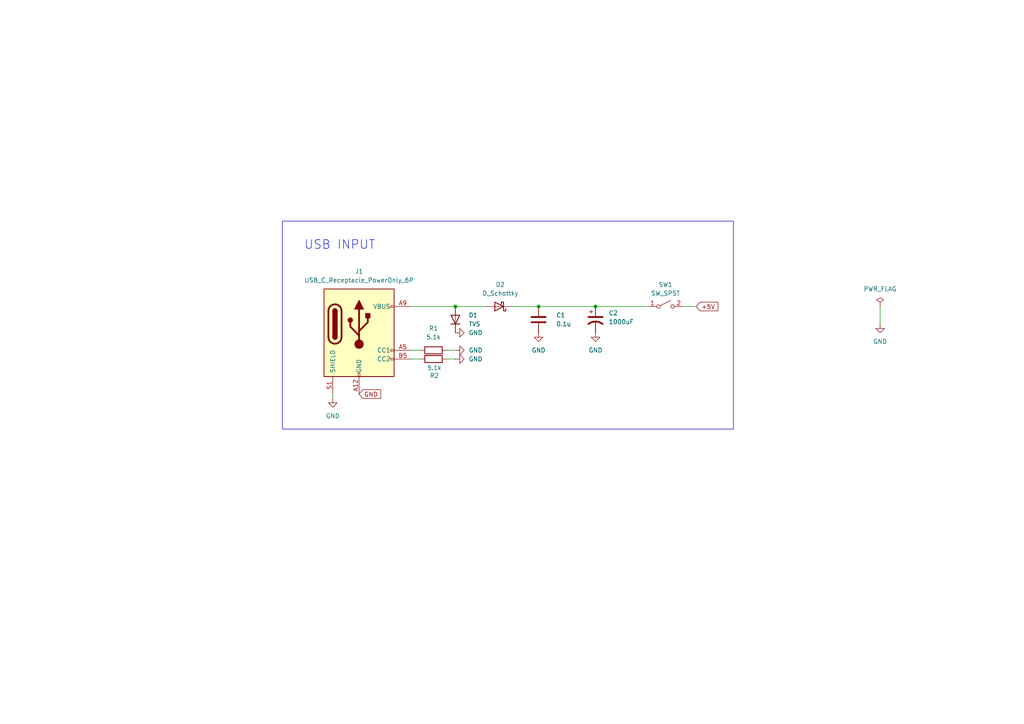
<source format=kicad_sch>
(kicad_sch (version 20231120) (generator "eeschema") (generator_version "8.0")
  (paper "A4")
  (lib_symbols
    (symbol "Connector:USB_C_Receptacle_PowerOnly_6P" (pin_names (offset 1.016))
      (property "Reference" "J" (at 0 16.51 0))
      (property "Value" "USB_C_Receptacle_PowerOnly_6P" (at 0 13.97 0))
      (symbol "USB_C_Receptacle_PowerOnly_6P_0_0"
        (rectangle (start -0.254 -12.7) (end 0.254 -11.684))
        (rectangle (start 10.16 -7.366) (end 9.144 -7.874))
        (rectangle (start 10.16 -4.826) (end 9.144 -5.334))
        (rectangle (start 10.16 7.874) (end 9.144 7.366))
      )
      (symbol "USB_C_Receptacle_PowerOnly_6P_0_1"
        (rectangle (start -10.16 12.7) (end 10.16 -12.7) (stroke (width 0.254)) (fill (type background)))
        (arc (start -8.89 -1.27) (mid -6.985 -3.1667) (end -5.08 -1.27) (stroke (width 0.508)))
        (arc (start -7.62 -1.27) (mid -6.985 -1.9023) (end -6.35 -1.27) (stroke (width 0.254)))
        (arc (start -7.62 -1.27) (mid -6.985 -1.9023) (end -6.35 -1.27) (stroke (width 0.254)) (fill (type outline)))
        (rectangle (start -7.62 -1.27) (end -6.35 6.35) (stroke (width 0.254)) (fill (type outline)))
        (arc (start -6.35 6.35) (mid -6.985 6.9823) (end -7.62 6.35) (stroke (width 0.254)))
        (arc (start -6.35 6.35) (mid -6.985 6.9823) (end -7.62 6.35) (stroke (width 0.254)) (fill (type outline)))
        (arc (start -5.08 6.35) (mid -6.985 8.2467) (end -8.89 6.35) (stroke (width 0.508)))
        (circle (center -2.54 3.683) (radius 0.635) (stroke (width 0.254)) (fill (type outline)))
        (circle (center 0 -3.302) (radius 1.27) (fill (type outline)))
        (polyline (pts (xy -8.89 -1.27) (xy -8.89 6.35)) (stroke (width 0.508)))
        (polyline (pts (xy -5.08 6.35) (xy -5.08 -1.27)) (stroke (width 0.508)))
        (polyline (pts (xy 0 -3.302) (xy 0 6.858)) (stroke (width 0.508)))
        (polyline (pts (xy 0 -0.762) (xy -2.54 1.778) (xy -2.54 3.048)) (stroke (width 0.508)))
        (polyline (pts (xy 0 0.508) (xy 2.54 3.048) (xy 2.54 4.318)) (stroke (width 0.508)))
        (polyline (pts (xy -1.27 6.858) (xy 0 9.398) (xy 1.27 6.858) (xy -1.27 6.858)) (stroke (width 0.254)) (fill (type outline)))
        (rectangle (start 1.905 4.318) (end 3.175 5.588) (stroke (width 0.254)) (fill (type outline)))
      )
      (symbol "USB_C_Receptacle_PowerOnly_6P_1_1"
        (pin passive line (at 0 -17.78 90) (length 5.08) (name "GND") (number "A12"))
        (pin bidirectional line (at 15.24 -5.08 180) (length 5.08) (name "CC1") (number "A5"))
        (pin passive line (at 15.24 7.62 180) (length 5.08) (name "VBUS") (number "A9"))
        (pin passive line (at 0 -17.78 90) (length 5.08) hide (name "GND") (number "B12"))
        (pin bidirectional line (at 15.24 -7.62 180) (length 5.08) (name "CC2") (number "B5"))
        (pin passive line (at 15.24 7.62 180) (length 5.08) hide (name "VBUS") (number "B9"))
        (pin passive line (at -7.62 -17.78 90) (length 5.08) (name "SHIELD") (number "S1"))
      )
    )
    (symbol "Device:C" (pin_numbers hide) (pin_names (offset 0.254))
      (property "Reference" "C" (at 0.635 2.54 0))
      (property "Value" "C" (at 0.635 -2.54 0))
      (symbol "C_0_1"
        (polyline (pts (xy -2.032 -0.762) (xy 2.032 -0.762)) (stroke (width 0.508)))
        (polyline (pts (xy -2.032 0.762) (xy 2.032 0.762)) (stroke (width 0.508)))
      )
      (symbol "C_1_1"
        (pin passive line (at 0 3.81 270) (length 2.794) (name "~") (number "1"))
        (pin passive line (at 0 -3.81 90) (length 2.794) (name "~") (number "2"))
      )
    )
    (symbol "Device:C_Polarized_US" (pin_numbers hide) (pin_names (offset 0.254) hide)
      (property "Reference" "C" (at 0.635 2.54 0))
      (property "Value" "C_Polarized_US" (at 0.635 -2.54 0))
      (symbol "C_Polarized_US_0_1"
        (polyline (pts (xy -2.032 0.762) (xy 2.032 0.762)) (stroke (width 0.508)))
        (polyline (pts (xy -1.778 2.286) (xy -0.762 2.286)))
        (polyline (pts (xy -1.27 1.778) (xy -1.27 2.794)))
        (arc (start 2.032 -1.27) (mid 0 -0.5572) (end -2.032 -1.27) (stroke (width 0.508)))
      )
      (symbol "C_Polarized_US_1_1"
        (pin passive line (at 0 3.81 270) (length 2.794) (name "~") (number "1"))
        (pin passive line (at 0 -3.81 90) (length 3.302) (name "~") (number "2"))
      )
    )
    (symbol "Device:D" (pin_numbers hide) (pin_names (offset 1.016) hide)
      (property "Reference" "D" (at 0 2.54 0))
      (property "Value" "D" (at 0 -2.54 0))
      (symbol "D_0_1"
        (polyline (pts (xy -1.27 1.27) (xy -1.27 -1.27)) (stroke (width 0.254)))
        (polyline (pts (xy 1.27 0) (xy -1.27 0)))
        (polyline (pts (xy 1.27 1.27) (xy 1.27 -1.27) (xy -1.27 0) (xy 1.27 1.27)) (stroke (width 0.254)))
      )
      (symbol "D_1_1"
        (pin passive line (at -3.81 0 0) (length 2.54) (name "K") (number "1"))
        (pin passive line (at 3.81 0 180) (length 2.54) (name "A") (number "2"))
      )
    )
    (symbol "Device:D_Schottky" (pin_numbers hide) (pin_names (offset 1.016) hide)
      (property "Reference" "D" (at 0 2.54 0))
      (property "Value" "D_Schottky" (at 0 -2.54 0))
      (symbol "D_Schottky_0_1"
        (polyline (pts (xy 1.27 0) (xy -1.27 0)))
        (polyline (pts (xy 1.27 1.27) (xy 1.27 -1.27) (xy -1.27 0) (xy 1.27 1.27)) (stroke (width 0.254)))
        (polyline (pts (xy -1.905 0.635) (xy -1.905 1.27) (xy -1.27 1.27) (xy -1.27 -1.27) (xy -0.635 -1.27) (xy -0.635 -0.635)) (stroke (width 0.254)))
      )
      (symbol "D_Schottky_1_1"
        (pin passive line (at -3.81 0 0) (length 2.54) (name "K") (number "1"))
        (pin passive line (at 3.81 0 180) (length 2.54) (name "A") (number "2"))
      )
    )
    (symbol "Device:R" (pin_numbers hide) (pin_names (offset 0))
      (property "Reference" "R" (at 2.032 0 90))
      (property "Value" "R" (at 0 0 90))
      (symbol "R_0_1"
        (rectangle (start -1.016 -2.54) (end 1.016 2.54) (stroke (width 0.254)))
      )
      (symbol "R_1_1"
        (pin passive line (at 0 3.81 270) (length 1.27) (name "~") (number "1"))
        (pin passive line (at 0 -3.81 90) (length 1.27) (name "~") (number "2"))
      )
    )
    (symbol "Switch:SW_SPST" (pin_names (offset 0) hide)
      (property "Reference" "SW" (at 0 3.175 0))
      (property "Value" "SW_SPST" (at 0 -2.54 0))
      (symbol "SW_SPST_0_0"
        (circle (center -2.032 0) (radius 0.508))
        (polyline (pts (xy -1.524 0.254) (xy 1.524 1.778)))
        (circle (center 2.032 0) (radius 0.508))
      )
      (symbol "SW_SPST_1_1"
        (pin passive line (at -5.08 0 0) (length 2.54) (name "A") (number "1"))
        (pin passive line (at 5.08 0 180) (length 2.54) (name "B") (number "2"))
      )
    )
    (symbol "power:GND" (power) (pin_numbers hide) (pin_names (offset 0) hide)
      (property "Value" "GND" (at 0 -3.81 0))
      (symbol "GND_0_1"
        (polyline (pts (xy 0 0) (xy 0 -1.27) (xy 1.27 -1.27) (xy 0 -2.54) (xy -1.27 -1.27) (xy 0 -1.27)))
      )
      (symbol "GND_1_1"
        (pin power_in line (at 0 0 270) (length 0) (name "~") (number "1"))
      )
    )
    (symbol "power:PWR_FLAG" (power) (pin_numbers hide) (pin_names (offset 0) hide)
      (property "Value" "PWR_FLAG" (at 0 3.81 0))
      (symbol "PWR_FLAG_0_0"
        (pin power_out line (at 0 0 90) (length 0) (name "~") (number "1"))
      )
      (symbol "PWR_FLAG_0_1"
        (polyline (pts (xy 0 0) (xy 0 1.27) (xy -1.016 1.905) (xy 0 2.54) (xy 1.016 1.905) (xy 0 1.27)))
      )
    )
  )
  (junction (at 172.72 88.9))
  (junction (at 156.21 88.9))
  (junction (at 132.08 88.9))
  (wire (pts (xy 119.38 88.9) (xy 132.08 88.9)))
  (wire (pts (xy 129.54 104.14) (xy 132.08 104.14)))
  (wire (pts (xy 156.21 88.9) (xy 148.59 88.9)))
  (wire (pts (xy 121.92 104.14) (xy 119.38 104.14)))
  (wire (pts (xy 172.72 88.9) (xy 156.21 88.9)))
  (wire (pts (xy 129.54 101.6) (xy 132.08 101.6)))
  (wire (pts (xy 255.27 88.9) (xy 255.27 93.98)))
  (wire (pts (xy 187.96 88.9) (xy 172.72 88.9)))
  (wire (pts (xy 201.93 88.9) (xy 198.12 88.9)))
  (wire (pts (xy 140.97 88.9) (xy 132.08 88.9)))
  (wire (pts (xy 121.92 101.6) (xy 119.38 101.6)))
  (wire (pts (xy 96.52 114.3) (xy 96.52 115.57)))
  (rectangle (start 81.915 64.135) (end 212.725 124.46))
  (text "USB INPUT\n" (at 98.552 71.12 0) (effects (font (size 2.54 2.54))))
  (global_label "+5V" (shape input) (at 201.93 88.9 0) (property "Intersheetrefs" "${INTERSHEET_REFS}" (effects (hide yes))))
  (global_label "GND" (shape input) (at 104.14 114.3 0) (property "Intersheetrefs" "${INTERSHEET_REFS}" (effects (hide yes))))
  (symbol (lib_id "Device:D_Schottky") (at 144.78 88.9 180) (unit 1)
    (property "Reference" "D2" (at 145.0975 82.55 0))
    (property "Value" "D_Schottky" (at 145.0975 85.09 0))
    (property "Footprint" "Diode_SMD:D_0805_2012Metric" (effects (hide yes)))
    (property "Description" "Schottky diode" (effects (hide yes)))
  )
  (symbol (lib_id "power:GND") (at 255.27 93.98 0) (unit 1)
    (property "Reference" "#PWR07" (effects (hide yes)))
    (property "Value" "GND" (at 255.27 99.06 0))
    (property "Description" "Power symbol creates a global label with name \"GND\" , ground" (effects (hide yes)))
  )
  (symbol (lib_id "power:GND") (at 96.52 115.57 0) (unit 1)
    (property "Reference" "#PWR01" (effects (hide yes)))
    (property "Value" "GND" (at 96.52 120.65 0))
    (property "Description" "Power symbol creates a global label with name \"GND\" , ground" (effects (hide yes)))
  )
  (symbol (lib_id "power:GND") (at 132.08 101.6 90) (unit 1)
    (property "Reference" "#PWR03" (effects (hide yes)))
    (property "Value" "GND" (at 135.89 101.5999 90) (effects (justify right)))
    (property "Description" "Power symbol creates a global label with name \"GND\" , ground" (effects (hide yes)))
  )
  (symbol (lib_id "power:GND") (at 132.08 96.52 90) (unit 1)
    (property "Reference" "#PWR02" (effects (hide yes)))
    (property "Value" "GND" (at 135.89 96.5199 90) (effects (justify right)))
    (property "Description" "Power symbol creates a global label with name \"GND\" , ground" (effects (hide yes)))
  )
  (symbol (lib_id "Switch:SW_SPST") (at 193.04 88.9 0) (unit 1)
    (property "Reference" "SW1" (at 193.04 82.55 0))
    (property "Value" "SW_SPST" (at 193.04 85.09 0))
    (property "Footprint" "Button_Switch_THT:switch_corona" (effects (hide yes)))
    (property "Description" "Single Pole Single Throw (SPST) switch" (effects (hide yes)))
  )
  (symbol (lib_id "power:GND") (at 132.08 104.14 90) (unit 1)
    (property "Reference" "#PWR04" (effects (hide yes)))
    (property "Value" "GND" (at 135.89 104.1399 90) (effects (justify right)))
    (property "Description" "Power symbol creates a global label with name \"GND\" , ground" (effects (hide yes)))
  )
  (symbol (lib_id "Device:D") (at 132.08 92.71 90) (unit 1)
    (property "Reference" "D1" (at 135.89 91.4399 90) (effects (justify right)))
    (property "Value" "TVS" (at 135.89 93.9799 90) (effects (justify right)))
    (property "Footprint" "Diode_SMD:D_0805_2012Metric" (effects (hide yes)))
    (property "Description" "Diode" (effects (hide yes)))
    (property "Sim.Device" "D" (effects (hide yes)))
    (property "Sim.Pins" "1=K 2=A" (effects (hide yes)))
  )
  (symbol (lib_id "Device:R") (at 125.73 101.6 90) (unit 1)
    (property "Reference" "R1" (at 125.73 95.25 90))
    (property "Value" "5.1k" (at 125.73 97.79 90))
    (property "Footprint" "Resistor_SMD:R_0805_2012Metric_Pad1.20x1.40mm_HandSolder" (effects (hide yes)))
    (property "Description" "Resistor" (effects (hide yes)))
  )
  (symbol (lib_id "Connector:USB_C_Receptacle_PowerOnly_6P") (at 104.14 96.52 0) (unit 1)
    (property "Reference" "J1" (at 104.14 78.74 0))
    (property "Value" "USB_C_Receptacle_PowerOnly_6P" (at 104.14 81.28 0))
    (property "Footprint" "Connector_USB:USB_C_Receptacle_GCT_USB4125-xx-x-0190_6P_TopMnt_Horizontal" (effects (hide yes)))
    (property "Datasheet" "https://www.usb.org/sites/default/files/documents/usb_type-c.zip" (effects (hide yes)))
    (property "Description" "USB Power-Only 6P Type-C Receptacle connector" (effects (hide yes)))
  )
  (symbol (lib_id "Device:C_Polarized_US") (at 172.72 92.71 0) (unit 1)
    (property "Reference" "C2" (at 176.53 90.8049 0) (effects (justify left)))
    (property "Value" "1000uF" (at 176.53 93.3449 0) (effects (justify left)))
    (property "Footprint" "Capacitor_THT:CP_Radial_Tantal_D4.5mm_P2.50mm" (effects (hide yes)))
    (property "Description" "Polarized capacitor, US symbol" (effects (hide yes)))
  )
  (symbol (lib_id "Device:C") (at 156.21 92.71 0) (unit 1)
    (property "Reference" "C1" (at 161.29 91.4399 0) (effects (justify left)))
    (property "Value" "0.1u" (at 161.29 93.9799 0) (effects (justify left)))
    (property "Footprint" "Capacitor_SMD:C_0805_2012Metric_Pad1.18x1.45mm_HandSolder" (effects (hide yes)))
    (property "Description" "Unpolarized capacitor" (effects (hide yes)))
  )
  (symbol (lib_id "Device:R") (at 125.73 104.14 270) (unit 1)
    (property "Reference" "R2" (at 125.984 108.966 90))
    (property "Value" "5.1k" (at 125.984 106.68 90))
    (property "Footprint" "Resistor_SMD:R_0805_2012Metric_Pad1.20x1.40mm_HandSolder" (effects (hide yes)))
    (property "Description" "Resistor" (effects (hide yes)))
  )
  (symbol (lib_id "power:GND") (at 172.72 96.52 0) (unit 1)
    (property "Reference" "#PWR06" (effects (hide yes)))
    (property "Value" "GND" (at 172.72 101.6 0))
    (property "Description" "Power symbol creates a global label with name \"GND\" , ground" (effects (hide yes)))
  )
  (symbol (lib_id "power:PWR_FLAG") (at 255.27 88.9 0) (unit 1)
    (property "Reference" "#FLG01" (effects (hide yes)))
    (property "Value" "PWR_FLAG" (at 255.27 83.82 0))
    (property "Description" "Special symbol for telling ERC where power comes from" (effects (hide yes)))
  )
  (symbol (lib_id "power:GND") (at 156.21 96.52 0) (unit 1)
    (property "Reference" "#PWR05" (effects (hide yes)))
    (property "Value" "GND" (at 156.21 101.6 0))
    (property "Description" "Power symbol creates a global label with name \"GND\" , ground" (effects (hide yes)))
  )
)
</source>
